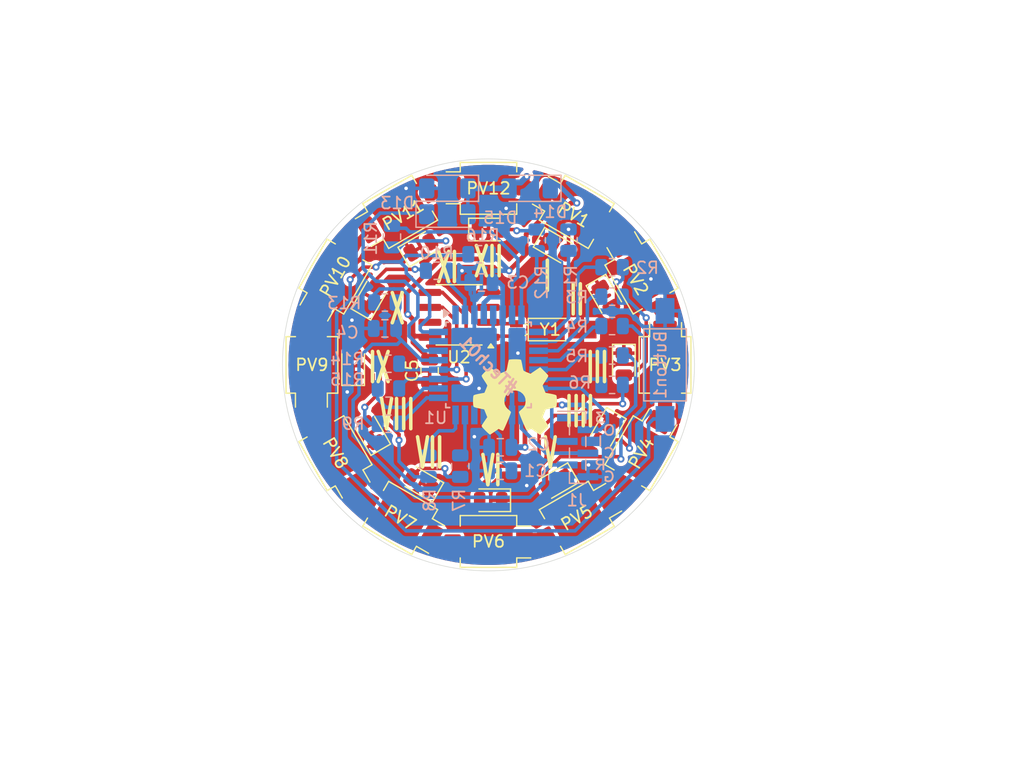
<source format=kicad_pcb>
(kicad_pcb (version 20240108) (generator "pcbnew") (generator_version "8.0")
  (layers (0 "F.Cu" jumper) (31 "B.Cu" signal) (34 "B.Paste" user) (35 "F.Paste" user) (36 "B.SilkS" user "B.Silkscreen") (37 "F.SilkS" user "F.Silkscreen") (38 "B.Mask" user) (39 "F.Mask" user) (44 "Edge.Cuts" user))
  (net 0 "")
  (net 1 "GND")
  (net 2 "Net-(D1-A)")
  (net 3 "Net-(D2-A)")
  (net 4 "Net-(D3-A)")
  (net 5 "Net-(D4-A)")
  (net 6 "Net-(D5-A)")
  (net 7 "Net-(D6-A)")
  (net 8 "Net-(D7-A)")
  (net 9 "Net-(D8-A)")
  (net 10 "Net-(D9-A)")
  (net 11 "Net-(D10-A)")
  (net 12 "Net-(D11-A)")
  (net 13 "Net-(D12-A)")
  (net 14 "Net-(D13-K)")
  (net 15 "+3V7")
  (net 16 "Net-(PV1-A)")
  (net 17 "Net-(PV2-A)")
  (net 18 "Net-(PV3-A)")
  (net 19 "Net-(PV4-A)")
  (net 20 "Net-(PV5-A)")
  (net 21 "Net-(PV6-A)")
  (net 22 "Net-(PV7-A)")
  (net 23 "Net-(PV8-A)")
  (net 24 "Net-(PV10-K)")
  (net 25 "Net-(PV10-A)")
  (net 26 "Net-(PV11-A)")
  (net 27 "/But0")
  (net 28 "Net-(U1-AREF)")
  (net 29 "/SDA")
  (net 30 "/Res")
  (net 31 "/RXD")
  (net 32 "/SCK")
  (net 33 "/MOSI")
  (net 34 "/MISO")
  (net 35 "/TXD")
  (net 36 "/LED V")
  (net 37 "/LED III")
  (net 38 "/LED VIII")
  (net 39 "/LED II")
  (net 40 "/LED XI")
  (net 42 "/LED XII")
  (net 43 "/LED VI")
  (net 44 "/LED VII")
  (net 46 "/LED IIII")
  (net 48 "/LED I")
  (net 49 "/LED X")
  (net 50 "/SCL")
  (net 51 "/LED IX")
  (net 54 "Net-(U2-OSCI)")
  (net 55 "Net-(U2-OSCO)")
  (net 56 "/Pullup")
  (footprint "OptoDevice:Osram_BPW34S-SMD" (layer "F.Cu") (at 150 85)
    (property "Reference" "PV12")
    (property "Value" "BPW34" (hide yes))
  )
  (footprint "LED_SMD:LED_0805_2012Metric" (layer "F.Cu") (at 159.96875 94.25 -60)
    (property "Reference" "D2" (hide yes))
    (property "Value" "LED II" (hide yes))
  )
  (footprint "Package_SO:SOIC-8_3.9x4.9mm_P1.27mm" (layer "F.Cu") (at 147.5 95.75 180)
    (property "Reference" "U2")
    (property "Value" "PCF8563T")
  )
  (footprint "LED_SMD:LED_0805_2012Metric" (layer "F.Cu") (at 155.75 110 -150)
    (property "Reference" "D5" (hide yes))
    (property "Value" "LED V" (hide yes))
  )
  (footprint "LED_SMD:LED_0805_2012Metric" (layer "F.Cu") (at 155.75 90 -30)
    (property "Reference" "D1" (hide yes))
    (property "Value" "LED I" (hide yes))
  )
  (footprint "OptoDevice:Osram_BPW34S-SMD" (layer "F.Cu") (at 157.5 87 -30)
    (property "Reference" "PV1")
    (property "Value" "BPW34" (hide yes))
  )
  (footprint "OptoDevice:Osram_BPW34S-SMD" (layer "F.Cu") (at 137 107.5 120)
    (property "Reference" "PV8")
    (property "Value" "BPW34" (hide yes))
  )
  (footprint "OptoDevice:Osram_BPW34S-SMD" (layer "F.Cu") (at 142.5 113 150)
    (property "Reference" "PV7")
    (property "Value" "BPW34" (hide yes))
  )
  (footprint "LED_SMD:LED_0805_2012Metric" (layer "F.Cu") (at 161.5 99.9375 -90)
    (property "Reference" "D3" (hide yes))
    (property "Value" "LED III" (hide yes))
  )
  (footprint "LED_SMD:LED_0805_2012Metric" (layer "F.Cu") (at 140 94.25 60)
    (property "Reference" "D10" (hide yes))
    (property "Value" "LED X" (hide yes))
  )
  (footprint "LED_SMD:LED_0805_2012Metric" (layer "F.Cu") (at 140 105.75 120)
    (property "Reference" "D8" (hide yes))
    (property "Value" "LED VIII" (hide yes))
  )
  (footprint "OptoDevice:Osram_BPW34S-SMD" (layer "F.Cu") (at 165 100 -90)
    (property "Reference" "PV3")
    (property "Value" "BPW34" (hide yes))
  )
  (footprint "LED_SMD:LED_0805_2012Metric" (layer "F.Cu") (at 160.03125 105.561899 -120)
    (property "Reference" "D4" (hide yes))
    (property "Value" "LED IIII" (hide yes))
  )
  (footprint "LED_SMD:LED_0805_2012Metric" (layer "F.Cu") (at 144.25 110 150)
    (property "Reference" "D7" (hide yes))
    (property "Value" "LED VII" (hide yes))
  )
  (footprint "OptoDevice:Osram_BPW34S-SMD" (layer "F.Cu") (at 163 92.5 -60)
    (property "Reference" "PV2")
    (property "Value" "BPW34" (hide yes))
  )
  (footprint "Crystal:Crystal_SMD_MicroCrystal_MS3V-T1R" (layer "F.Cu") (at 155.5 97 90)
    (property "Reference" "Y1")
    (property "Value" "32,768 kHz")
  )
  (footprint "Capacitor_SMD:C_0805_2012Metric" (layer "F.Cu") (at 145 100.5 -90)
    (property "Reference" "C5")
    (property "Value" "100n")
  )
  (footprint "LED_SMD:LED_0805_2012Metric" (layer "F.Cu") (at 150 88.5)
    (property "Reference" "D12" (hide yes))
    (property "Value" "LED XII" (hide yes))
  )
  (footprint "LOGO" (layer "F.Cu") (at 152.25 102.75)
    (property "Reference" "OSHW" (hide yes))
    (property "Value" "LOGO" (hide yes))
  )
  (footprint "LED_SMD:LED_0805_2012Metric" (layer "F.Cu") (at 144.25 90 30)
    (property "Reference" "D11" (hide yes))
    (property "Value" "LED XI" (hide yes))
  )
  (footprint "OptoDevice:Osram_BPW34S-SMD" (layer "F.Cu") (at 137 92.5 60)
    (property "Reference" "PV10")
    (property "Value" "BPW34" (hide yes))
  )
  (footprint "OptoDevice:Osram_BPW34S-SMD" (layer "F.Cu") (at 163 107.5 -120)
    (property "Reference" "PV4")
    (property "Value" "BPW34" (hide yes))
  )
  (footprint "OptoDevice:Osram_BPW34S-SMD" (layer "F.Cu") (at 157.5 113 -150)
    (property "Reference" "PV5")
    (property "Value" "BPW34" (hide yes))
  )
  (footprint "OptoDevice:Osram_BPW34S-SMD" (layer "F.Cu") (at 142.5 87 30)
    (property "Reference" "PV11")
    (property "Value" "BPW34" (hide yes))
  )
  (footprint "OptoDevice:Osram_BPW34S-SMD" (layer "F.Cu") (at 135 100 90)
    (property "Reference" "PV9")
    (property "Value" "BPW34" (hide yes))
  )
  (footprint "OptoDevice:Osram_BPW34S-SMD" (layer "F.Cu") (at 150 115 180)
    (property "Reference" "PV6")
    (property "Value" "BPW34" (hide yes))
  )
  (footprint "LED_SMD:LED_0805_2012Metric" (layer "F.Cu") (at 150.1875 111.5 180)
    (property "Reference" "D6" (hide yes))
    (property "Value" "LED VI" (hide yes))
  )
  (footprint "LED_SMD:LED_0805_2012Metric" (layer "F.Cu") (at 138.5 100.0625 90)
    (property "Reference" "D9" (hide yes))
    (property "Value" "LED IX" (hide yes))
  )
  (footprint "Capacitor_SMD:C_0805_2012Metric" (layer "B.Cu") (at 141.2 96.9 180)
    (property "Reference" "C4")
    (property "Value" "100n")
  )
  (footprint "Resistor_SMD:R_0805_2012Metric" (layer "B.Cu") (at 145.6 92 180)
    (property "Reference" "R10")
    (property "Value" "220")
  )
  (footprint "Resistor_SMD:R_0805_2012Metric" (layer "B.Cu") (at 160.5 94.2 180)
    (property "Reference" "R3")
    (property "Value" "220")
  )
  (footprint "Capacitor_SMD:C_0805_2012Metric" (layer "B.Cu") (at 151 107 180)
    (property "Reference" "C2")
    (property "Value" "100n")
  )
  (footprint "Resistor_SMD:R_0805_2012Metric" (layer "B.Cu") (at 156.8 89.4 90)
    (property "Reference" "R1")
    (property "Value" "220")
  )
  (footprint "Resistor_SMD:R_0805_2012Metric" (layer "B.Cu") (at 141.2 94.7)
    (property "Reference" "R13")
    (property "Value" "10k")
  )
  (footprint "Capacitor_SMD:C_0805_2012Metric" (layer "B.Cu") (at 149.4 93 180)
    (property "Reference" "C3")
    (property "Value" "100n")
  )
  (footprint "Connector_PinHeader_1.00mm:PinHeader_1x06_P1.00mm_Vertical_SMD_Pin1Right" (layer "B.Cu") (at 157.575 107 180)
    (property "Reference" "J1")
    (property "Value" "Conn_06_Pin")
  )
  (footprint "Resistor_SMD:R_0805_2012Metric" (layer "B.Cu") (at 141.5 105 180)
    (property "Reference" "R9")
    (property "Value" "220")
  )
  (footprint "Resistor_SMD:R_0805_2012Metric" (layer "B.Cu") (at 144.9 108.6 -90)
    (property "Reference" "R8")
    (property "Value" "220")
  )
  (footprint "Capacitor_SMD:C_0805_2012Metric" (layer "B.Cu") (at 151 109 180)
    (property "Reference" "C1")
    (property "Value" "100n")
  )
  (footprint "Resistor_SMD:R_0805_2012Metric" (layer "B.Cu") (at 141.8 89.1 -90)
    (property "Reference" "R11")
    (property "Value" "220")
  )
  (footprint "Resistor_SMD:R_0805_2012Metric" (layer "B.Cu") (at 160.5 99.2 180)
    (property "Reference" "R5")
    (property "Value" "220")
  )
  (footprint "Package_QFP:TQFP-32_7x7mm_P0.8mm" (layer "B.Cu") (at 150 100 -90)
    (property "Reference" "U1")
    (property "Value" "ATmega328-A")
  )
  (footprint "Resistor_SMD:R_0805_2012Metric" (layer "B.Cu") (at 154.1 89.4125 90)
    (property "Reference" "R12")
    (property "Value" "220")
  )
  (footprint "Diode_SMD:D_MiniMELF" (layer "B.Cu") (at 146.5 85 180)
    (property "Reference" "D13")
    (property "Value" "BZV55C4V7")
  )
  (footprint "Resistor_SMD:R_0805_2012Metric" (layer "B.Cu") (at 141.5 99.9 180)
    (property "Reference" "R14")
    (property "Value" "4k7")
  )
  (footprint "Resistor_SMD:R_0805_2012Metric" (layer "B.Cu") (at 160.5 96.7 180)
    (property "Reference" "R4")
    (property "Value" "220")
  )
  (footprint "Resistor_SMD:R_0805_2012Metric" (layer "B.Cu") (at 147.6 108.6 90)
    (property "Reference" "R7")
    (property "Value" "220")
  )
  (footprint "Resistor_SMD:R_0805_2012Metric" (layer "B.Cu") (at 149.2 90.6 180)
    (property "Reference" "R16")
    (property "Value" "10k")
  )
  (footprint "Resistor_SMD:R_0805_2012Metric" (layer "B.Cu") (at 160.5 101.7 180)
    (property "Reference" "R6")
    (property "Value" "220")
  )
  (footprint "Diode_SMD:D_MiniMELF" (layer "B.Cu") (at 146.5 87.2)
    (property "Reference" "D15")
    (property "Value" "LL4148")
  )
  (footprint "Resistor_SMD:R_0805_2012Metric" (layer "B.Cu") (at 141.5 102 180)
    (property "Reference" "R15")
    (property "Value" "4k7")
  )
  (footprint "Button_Switch_SMD:SW_SPST_FSMSM" (layer "B.Cu") (at 165 100 -90)
    (property "Reference" "Button1")
    (property "Value" "SW_Push" (hide yes))
  )
  (footprint "Diode_SMD:D_MiniMELF" (layer "B.Cu") (at 153.5 85 180)
    (property "Reference" "D14")
    (property "Value" "LL4148")
  )
  (footprint "Resistor_SMD:R_0805_2012Metric" (layer "B.Cu") (at 160.5 91.7 180)
    (property "Reference" "R2")
    (property "Value" "220")
  )
  (gr_circle (center 150 100) (end 132.5 100) (stroke (width 0.05)) (fill none) (layer "Edge.Cuts"))
  (gr_text "R" (at 159.5 108.5 0) (layer "B.SilkS") (effects (font (size 0.85 1)) (justify mirror)))
  (gr_text "C" (at 160.25 107.5 0) (layer "B.SilkS") (effects (font (size 0.85 1)) (justify mirror)))
  (gr_text "G" (at 160.25 109.5 0) (layer "B.SilkS") (effects (font (size 0.85 1)) (justify mirror)))
  (gr_text "3" (at 159.5 104.5 0) (layer "B.SilkS") (effects (font (size 0.85 1)) (justify mirror)))
  (gr_text "O" (at 160.25 105.561899 0) (layer "B.SilkS") (effects (font (size 0.85 1)) (justify mirror)))
  (gr_text "I" (at 159.5 106.5 0) (layer "B.SilkS") (effects (font (size 0.85 1)) (justify mirror)))
  (gr_text "#Tech01" (at 150 100 315) (layer "B.SilkS") (effects (font (size 1 1) (thickness 0.2) (bold yes)) (justify mirror)))
  (gr_text "I" (at 155 92.5 0) (layer "F.SilkS") (effects (font (size 2.56 1.27) (thickness 0.3) (bold yes))))
  (gr_text "XI" (at 146.5 91.75 0) (layer "F.SilkS") (effects (font (size 2.56 1.27) (thickness 0.3) (bold yes))))
  (gr_text "V" (at 155.25 107.5 0) (layer "F.SilkS") (effects (font (size 2.56 1.27) (thickness 0.3) (bold yes))))
  (gr_text "VII" (at 145 107.5 0) (layer "F.SilkS") (effects (font (size 2.56 1.27) (thickness 0.3) (bold yes))))
  (gr_text "II" (at 157.5 94.5 0) (layer "F.SilkS") (effects (font (size 2.56 1.27) (thickness 0.3) (bold yes))))
  (gr_text "III" (at 159.25 100.25 0) (layer "F.SilkS") (effects (font (size 2.56 1.27) (thickness 0.3) (bold yes))))
  (gr_text "X" (at 142.25 95.25 0) (layer "F.SilkS") (effects (font (size 2.56 1.27) (thickness 0.3) (bold yes))))
  (gr_text "VIII" (at 142.25 104.25 0) (layer "F.SilkS") (effects (font (size 2.56 1.27) (thickness 0.3) (bold yes))))
  (gr_text "VI" (at 150.25 109 0) (layer "F.SilkS") (effects (font (size 2.56 1.27) (thickness 0.3) (bold yes))))
  (gr_text "IX" (at 140.75 100.25 0) (layer "F.SilkS") (effects (font (size 2.56 1.27) (thickness 0.3) (bold yes))))
  (gr_text "XII" (at 150 91.25 0) (layer "F.SilkS") (effects (font (size 2.56 1.27) (thickness 0.3) (bold yes))))
  (gr_text "IIII" (at 157.75 104 0) (layer "F.SilkS") (effects (font (size 2.56 1.27) (thickness 0.3) (bold yes))))
  (via (at 138 102.3) (size 0.6) (drill 0.3) (layers "F.Cu" "B.Cu") (net 1))
  (via (at 138.4 96.2) (size 0.6) (drill 0.3) (layers "F.Cu" "B.Cu") (net 1))
  (via (at 152.5 99) (size 0.6) (drill 0.3) (layers "F.Cu" "B.Cu") (net 1))
  (via (at 151.5 86.7) (size 0.6) (drill 0.3) (layers "F.Cu" "B.Cu") (net 1))
  (via (at 163.8 92.7) (size 0.6) (drill 0.3) (layers "F.Cu" "B.Cu") (net 1))
  (via (at 148.8 106.1) (size 0.6) (drill 0.3) (layers "F.Cu" "B.Cu") (net 1))
  (via (at 149.2 102) (size 0.6) (drill 0.3) (layers "F.Cu" "B.Cu") (net 1))
  (via (at 153.25 110.25) (size 0.6) (drill 0.3) (layers "F.Cu" "B.Cu") (net 1))
  (via (at 147.75 92) (size 0.6) (drill 0.3) (layers "F.Cu" "B.Cu") (net 1))
  (via (at 143 85) (size 0.6) (drill 0.3) (layers "F.Cu" "B.Cu") (net 1))
  (via (at 158.5 108.5) (size 0.6) (drill 0.3) (layers "F.Cu" "B.Cu") (net 1))
  (segment (start 148.8 95.75) (end 148.8 97.05) (width 0.3) (layer "B.Cu") (net 1))
  (segment (start 150.4 97.1) (end 150.4 95.75) (width 0.3) (layer "B.Cu") (net 1))
  (segment (start 147.75 92) (end 148.15 92) (width 0.3) (layer "B.Cu") (net 1))
  (segment (start 148.45 92.3) (end 148.45 93) (width 0.3) (layer "B.Cu") (net 1))
  (segment (start 150 97.5) (end 150.4 97.1) (width 0.3) (layer "B.Cu") (net 1))
  (segment (start 148.8 97.05) (end 149.25 97.5) (width 0.3) (layer "B.Cu") (net 1))
  (segment (start 148.15 92) (end 148.45 92.3) (width 0.3) (layer "B.Cu") (net 1))
  (segment (start 148.8 95.75) (end 148.8 93.35) (width 0.3) (layer "B.Cu") (net 1))
  (segment (start 149.25 97.5) (end 150 97.5) (width 0.3) (layer "B.Cu") (net 1))
  (segment (start 148.8 93.35) (end 148.45 93) (width 0.2) (layer "B.Cu") (net 1))
  (segment (start 156.8 90.230649) (end 156.561899 90.46875) (width 0.3) (layer "F.Cu") (net 2))
  (segment (start 156.8 88.4875) (end 156.8 90.230649) (width 0.3) (layer "F.Cu") (net 2))
  (via (at 156.8 88.4875) (size 0.6) (drill 0.3) (layers "F.Cu" "B.Cu") (net 2))
  (segment (start 160.4375 95.061899) (end 160.876672 94.622727) (width 0.3) (layer "F.Cu") (net 3))
  (segment (start 160.876672 94.622727) (end 160.876672 92.940832) (width 0.3) (layer "F.Cu") (net 3))
  (via (at 160.876672 92.940832) (size 0.6) (drill 0.3) (layers "F.Cu" "B.Cu") (net 3))
  (segment (start 160.876672 92.940832) (end 161.159168 92.940832) (width 0.3) (layer "B.Cu") (net 3))
  (segment (start 161.4125 92.6875) (end 161.4125 91.7) (width 0.3) (layer "B.Cu") (net 3))
  (segment (start 161.159168 92.940832) (end 161.4125 92.6875) (width 0.3) (layer "B.Cu") (net 3))
  (segment (start 163.4 99.7) (end 163.4 96) (width 0.3) (layer "F.Cu") (net 4))
  (segment (start 161.5 100.875) (end 162.225 100.875) (width 0.3) (layer "F.Cu") (net 4))
  (segment (start 162.225 100.875) (end 163.4 99.7) (width 0.3) (layer "F.Cu") (net 4))
  (via (at 163.4 96) (size 0.6) (drill 0.3) (layers "F.Cu" "B.Cu") (net 4))
  (segment (start 161.6 94.2) (end 163.4 96) (width 0.3) (layer "B.Cu") (net 4))
  (segment (start 161.4125 94.2) (end 161.6 94.2) (width 0.3) (layer "B.Cu") (net 4))
  (segment (start 161.980331 107.080331) (end 161.273798 106.373798) (width 0.3) (layer "F.Cu") (net 5))
  (segment (start 161.273798 106.373798) (end 159.5625 106.373798) (width 0.3) (layer "F.Cu") (net 5))
  (via (at 161.980331 107.080331) (size 0.6) (drill 0.3) (layers "F.Cu" "B.Cu") (net 5))
  (segment (start 162.2 96.7) (end 161.4125 96.7) (width 0.3) (layer "B.Cu") (net 5))
  (segment (start 162 104.8) (end 163.25 103.55) (width 0.3) (layer "B.Cu") (net 5))
  (segment (start 161.980331 107.080331) (end 162 107.060662) (width 0.3) (layer "B.Cu") (net 5))
  (segment (start 162 107.060662) (end 162 104.8) (width 0.3) (layer "B.Cu") (net 5))
  (segment (start 163.25 97.75) (end 162.2 96.7) (width 0.3) (layer "B.Cu") (net 5))
  (segment (start 163.25 103.55) (end 163.25 97.75) (width 0.3) (layer "B.Cu") (net 5))
  (segment (start 161.25 108) (end 161.05 107.8) (width 0.3) (layer "F.Cu") (net 6))
  (segment (start 161.05 107.8) (end 156.1 107.8) (width 0.3) (layer "F.Cu") (net 6))
  (segment (start 154.938101 108.961899) (end 154.938101 110.46875) (width 0.3) (layer "F.Cu") (net 6))
  (segment (start 156.1 107.8) (end 154.938101 108.961899) (width 0.3) (layer "F.Cu") (net 6))
  (via (at 161.25 108) (size 0.6) (drill 0.3) (layers "F.Cu" "B.Cu") (net 6))
  (segment (start 162.5 99.75) (end 161.95 99.2) (width 0.3) (layer "B.Cu") (net 6))
  (segment (start 161.25 104.701472) (end 162.5 103.451472) (width 0.3) (layer "B.Cu") (net 6))
  (segment (start 162.5 103.451472) (end 162.5 99.75) (width 0.3) (layer "B.Cu") (net 6))
  (segment (start 161.95 99.2) (end 161.4125 99.2) (width 0.3) (layer "B.Cu") (net 6))
  (segment (start 161.25 108) (end 161.25 104.701472) (width 0.3) (layer "B.Cu") (net 6))
  (segment (start 154.3 105.6) (end 154.3 107.7) (width 0.3) (layer "F.Cu") (net 7))
  (segment (start 149.25 110.35) (end 149.25 111.5) (width 0.3) (layer "F.Cu") (net 7))
  (segment (start 161.4 103.3) (end 158.8 103.3) (width 0.3) (layer "F.Cu") (net 7))
  (segment (start 153.4 108.6) (end 151 108.6) (width 0.3) (layer "F.Cu") (net 7))
  (segment (start 151 108.6) (end 149.25 110.35) (width 0.3) (layer "F.Cu") (net 7))
  (segment (start 155.6 104.3) (end 154.3 105.6) (width 0.3) (layer "F.Cu") (net 7))
  (segment (start 157.8 104.3) (end 155.6 104.3) (width 0.3) (layer "F.Cu") (net 7))
  (segment (start 158.8 103.3) (end 157.8 104.3) (width 0.3) (layer "F.Cu") (net 7))
  (segment (start 154.3 107.7) (end 153.4 108.6) (width 0.3) (layer "F.Cu") (net 7))
  (via (at 161.4 103.3) (size 0.6) (drill 0.3) (layers "F.Cu" "B.Cu") (net 7))
  (segment (start 161.4 103.3) (end 161.4 101.7125) (width 0.3) (layer "B.Cu") (net 7))
  (segment (start 161.4 101.7125) (end 161.4125 101.7) (width 0.3) (layer "B.Cu") (net 7))
  (segment (start 144.169351 108.8) (end 143.438101 109.53125) (width 0.3) (layer "F.Cu") (net 8))
  (segment (start 146.3 108.8) (end 144.169351 108.8) (width 0.3) (layer "F.Cu") (net 8))
  (via (at 146.3 108.8) (size 0.6) (drill 0.3) (layers "F.Cu" "B.Cu") (net 8))
  (segment (start 146.3 109.3) (end 146.5125 109.5125) (width 0.3) (layer "B.Cu") (net 8))
  (segment (start 146.5125 109.5125) (end 147.6 109.5125) (width 0.3) (layer "B.Cu") (net 8))
  (segment (start 146.3 108.8) (end 146.3 109.3) (width 0.3) (layer "B.Cu") (net 8))
  (segment (start 142.4 105.9) (end 141.25 104.75) (width 0.3) (layer "F.Cu") (net 9))
  (segment (start 142.4 106.4) (end 142.4 105.9) (width 0.3) (layer "F.Cu") (net 9))
  (segment (start 139.719351 104.75) (end 139.53125 104.938101) (width 0.3) (layer "F.Cu") (net 9))
  (segment (start 139.3 104.706851) (end 139.53125 104.938101) (width 0.3) (layer "F.Cu") (net 9))
  (segment (start 141.25 104.75) (end 139.719351 104.75) (width 0.3) (layer "F.Cu") (net 9))
  (via (at 142.4 106.4) (size 0.6) (drill 0.3) (layers "F.Cu" "B.Cu") (net 9))
  (segment (start 142.4 106.4) (end 142.4 108.2) (width 0.3) (layer "B.Cu") (net 9))
  (segment (start 142.4 108.2) (end 143.7125 109.5125) (width 0.3) (layer "B.Cu") (net 9))
  (segment (start 143.7125 109.5125) (end 144.9 109.5125) (width 0.3) (layer "B.Cu") (net 9))
  (segment (start 140.8 102.288685) (end 140.8 100.55) (width 0.3) (layer "F.Cu") (net 10))
  (segment (start 139.488685 103.6) (end 140.8 102.288685) (width 0.3) (layer "F.Cu") (net 10))
  (segment (start 140.8 100.55) (end 139.375 99.125) (width 0.3) (layer "F.Cu") (net 10))
  (segment (start 139.375 99.125) (end 138.5 99.125) (width 0.3) (layer "F.Cu") (net 10))
  (via (at 139.488685 103.6) (size 0.6) (drill 0.3) (layers "F.Cu" "B.Cu") (net 10))
  (segment (start 139.488685 104.488685) (end 140 105) (width 0.3) (layer "B.Cu") (net 10))
  (segment (start 139.488685 103.6) (end 139.488685 104.488685) (width 0.3) (layer "B.Cu") (net 10))
  (segment (start 140 105) (end 140.5875 105) (width 0.3) (layer "B.Cu") (net 10))
  (segment (start 140.46875 92.73125) (end 140.46875 93.438101) (width 0.3) (layer "F.Cu") (net 11))
  (segment (start 141.318288 91.881712) (end 140.46875 92.73125) (width 0.3) (layer "F.Cu") (net 11))
  (segment (start 143.761307 91.881712) (end 141.318288 91.881712) (width 0.3) (layer "F.Cu") (net 11))
  (via (at 143.761307 91.881712) (size 0.6) (drill 0.3) (layers "F.Cu" "B.Cu") (net 11))
  (segment (start 144.169212 91.881712) (end 144.5875 92.3) (width 0.3) (layer "B.Cu") (net 11))
  (segment (start 143.761307 91.881712) (end 144.169212 91.881712) (width 0.3) (layer "B.Cu") (net 11))
  (segment (start 146.308089 89.53125) (end 145.061899 89.53125) (width 0.3) (layer "F.Cu") (net 12))
  (segment (start 146.374171 89.465168) (end 146.308089 89.53125) (width 0.3) (layer "F.Cu") (net 12))
  (via (at 146.374171 89.465168) (size 0.6) (drill 0.3) (layers "F.Cu" "B.Cu") (net 12))
  (segment (start 146.374171 89.465168) (end 143.034832 89.465168) (width 0.3) (layer "B.Cu") (net 12))
  (segment (start 143.034832 89.465168) (end 142.1875 90.3125) (width 0.3) (layer "B.Cu") (net 12))
  (segment (start 142.1875 90.3125) (end 141.8 90.3125) (width 0.3) (layer "B.Cu") (net 12))
  (segment (start 150.9375 88.5) (end 152.3 88.5) (width 0.3) (layer "F.Cu") (net 13))
  (segment (start 152.3 88.5) (end 152.4 88.6) (width 0.3) (layer "F.Cu") (net 13))
  (via (at 152.4 88.6) (size 0.6) (drill 0.3) (layers "F.Cu" "B.Cu") (net 13))
  (segment (start 154 88.6) (end 154.1 88.5) (width 0.3) (layer "B.Cu") (net 13))
  (segment (start 152.4 88.6) (end 154 88.6) (width 0.3) (layer "B.Cu") (net 13))
  (segment (start 153.25 84) (end 153.25 84.8) (width 0.5) (layer "F.Cu") (net 14))
  (segment (start 153.25 84.8) (end 153.05 85) (width 0.3) (layer "F.Cu") (net 14))
  (via (at 153.25 84) (size 0.6) (drill 0.3) (layers "F.Cu" "B.Cu") (net 14))
  (segment (start 151.75 84.5) (end 151.25 85) (width 0.5) (layer "B.Cu") (net 14))
  (segment (start 151.25 85) (end 148.75 85) (width 0.5) (layer "B.Cu") (net 14))
  (segment (start 148.75 85) (end 148.25 84.5) (width 0.5) (layer "B.Cu") (net 14))
  (segment (start 148.25 87.1) (end 148.25 84.6) (width 0.3) (layer "B.Cu") (net 14))
  (segment (start 152.75 84.5) (end 151.75 84.5) (width 0.5) (layer "B.Cu") (net 14))
  (segment (start 153.15 84.1) (end 153.25 84) (width 0.3) (layer "B.Cu") (net 14))
  (segment (start 153.25 84) (end 152.75 84.5) (width 0.5) (layer "B.Cu") (net 14))
  (segment (start 143.585211 96.135211) (end 143.585211 97.385211) (width 0.4) (layer "F.Cu") (net 15))
  (segment (start 156.25 103.4) (end 154.6 103.4) (width 0.4) (layer "F.Cu") (net 15))
  (segment (start 156 87.25) (end 154.85 87.25) (width 0.4) (layer "F.Cu") (net 15))
  (segment (start 143 93.947316) (end 143 95.55) (width 0.4) (layer "F.Cu") (net 15))
  (segment (start 157.5 86.25) (end 157 86.25) (width 0.4) (layer "F.Cu") (net 15))
  (segment (start 143.76 97.56) (end 145.025 97.56) (width 0.4) (layer "F.Cu") (net 15))
  (segment (start 144.75 99.25) (end 145 99.25) (width 0.4) (layer "F.Cu") (net 15))
  (segment (start 153.1 104.9) (end 153.1 107) (width 0.4) (layer "F.Cu") (net 15))
  (segment (start 154.85 87.25) (end 153.2 88.9) (width 0.4) (layer "F.Cu") (net 15))
  (segment (start 143.15 95.7) (end 143.585211 96.135211) (width 0.4) (layer "F.Cu") (net 15))
  (segment (start 153.2 90.55) (end 151.75 92) (width 0.4) (layer "F.Cu") (net 15))
  (segment (start 151.75 92) (end 150.75 91) (width 0.4) (layer "F.Cu") (net 15))
  (segment (start 157 86.25) (end 156 87.25) (width 0.4) (layer "F.Cu") (net 15))
  (segment (start 143 95.55) (end 143.15 95.7) (width 0.3) (layer "F.Cu") (net 15))
  (segment (start 143.585211 98.085211) (end 144.75 99.25) (width 0.4) (layer "F.Cu") (net 15))
  (segment (start 150.75 91) (end 145.947316 91) (width 0.4) (layer "F.Cu") (net 15))
  (segment (start 143.585211 97.385211) (end 143.76 97.56) (width 0.4) (layer "F.Cu") (net 15))
  (segment (start 145.947316 91) (end 143 93.947316) (width 0.4) (layer "F.Cu") (net 15))
  (segment (start 153.2 88.9) (end 153.2 90.55) (width 0.4) (layer "F.Cu") (net 15))
  (segment (start 154.6 103.4) (end 153.1 104.9) (width 0.4) (layer "F.Cu") (net 15))
  (segment (start 143.585211 97.385211) (end 143.585211 98.085211) (width 0.4) (layer "F.Cu") (net 15))
  (via (at 157.5 86.25) (size 0.6) (drill 0.3) (layers "F.Cu" "B.Cu") (net 15))
  (via (at 151.75 92) (size 0.6) (drill 0.3) (layers "F.Cu" "B.Cu") (net 15))
  (via (at 156.25 103.4) (size 0.6) (drill 0.3) (layers "F.Cu" "B.Cu") (net 15))
  (via (at 153.1 107) (size 0.6) (drill 0.3) (layers "F.Cu" "B.Cu") (net 15))
  (via (at 143.15 95.7) (size 0.6) (drill 0.3) (layers "F.Cu" "B.Cu") (net 15))
  (segment (start 158.6 104.2) (end 158.3 104.5) (width 0.4) (layer "B.Cu") (net 15))
  (segment (start 158.3 103.4) (end 158.6 103.7) (width 0.4) (layer "B.Cu") (net 15))
  (segment (start 150.1125 90.4) (end 149.8125 90.7) (width 0.4) (layer "B.Cu") (net 15))
  (segment (start 140.2875 94.0125) (end 140.2875 94.7) (width 0.3) (layer "B.Cu") (net 15))
  (segment (start 153.1 107) (end 151.95 107) (width 0.5) (layer "B.Cu") (net 15))
  (segment (start 157.5 86.25) (end 155.85 84.6) (width 0.4) (layer "B.Cu") (net 15))
  (segment (start 140.75 93.55) (end 140.2875 94.0125) (width 0.3) (layer "B.Cu") (net 15))
  (segment (start 151.75 92) (end 150.4 92) (width 0.4) (layer "B.Cu") (net 15))
  (segment (start 149.6 95.75) (end 149.6 94.75) (width 0.4) (layer "B.Cu") (net 15))
  (segment (start 143.15 95.7) (end 143.15 94.028122) (width 0.3) (layer "B.Cu") (net 15))
  (segment (start 150.4 92) (end 150.35 92.05) (width 0.4) (layer "B.Cu") (net 15))
  (segment (start 156.25 103.4) (end 158.3 103.4) (width 0.4) (layer "B.Cu") (net 15))
  (segment (start 150.35625 90.6) (end 150.1125 90.6) (width 0.4) (layer "B.Cu") (net 15))
  (segment (start 152 106.95) (end 151.95 107) (width 0.3) (layer "B.Cu") (net 15))
  (segment (start 142 93.55) (end 140.75 93.55) (width 0.3) (layer "B.Cu") (net 15))
  (segment (start 151.75 92) (end 151.75 91.99375) (width 0.4) (layer "B.Cu") (net 15))
  (segment (start 150.1 94.25) (end 151.2 94.25) (width 0.4) (layer "B.Cu") (net 15))
  (segment (start 149.6 94.75) (end 150.1 94.25) (width 0.4) (layer "B.Cu") (net 15))
  (segment (start 151.2 95.75) (end 151.2 94.25) (width 0.4) (layer "B.Cu") (net 15))
  (segment (start 142.671878 93.55) (end 142 93.55) (width 0.3) (layer "B.Cu") (net 15))
  (segment (start 143.15 94.028122) (end 142.671878 93.55) (width 0.3) (layer "B.Cu") (net 15))
  (segment (start 150.35 92.05) (end 150.35 93) (width 0.4) (layer "B.Cu") (net 15))
  (segment (start 150.9 93) (end 150.35 93) (width 0.4) (layer "B.Cu") (net 15))
  (segment (start 151.2 97) (end 151.2 95.75) (width 0.4) (layer "B.Cu") (net 15))
  (segment (start 158.6 103.7) (end 158.6 104.2) (width 0.4) (layer "B.Cu") (net 15))
  (segment (start 142 93.55) (end 141.9 93.55) (width 0.3) (layer "B.Cu") (net 15))
  (segment (start 151.95 104.3) (end 152 104.25) (width 0.3) (layer "B.Cu") (net 15))
  (segment (start 152 104.25) (end 152 106.95) (width 0.4) (layer "B.Cu") (net 15))
  (segment (start 152 104.25) (end 152 102.4125) (width 0.4) (layer "B.Cu") (net 15))
  (segment (start 151.75 91.99375) (end 150.35625 90.6) (width 0.4) (layer "B.Cu") (net 15))
  (segment (start 151.2 94.25) (end 151.2 93.3) (width 0.4) (layer "B.Cu") (net 15))
  (segment (start 151.2 101.6125) (end 151.2 97) (width 0.4) (layer "B.Cu") (net 15))
  (segment (start 152 102.4125) (end 151.2 101.6125) (width 0.4) (layer "B.Cu") (net 15))
  (segment (start 151.2 93.3) (end 150.9 93) (width 0.4) (layer "B.Cu") (net 15))
  (segment (start 155.85 84.6) (end 155.25 84.6) (width 0.4) (layer "B.Cu") (net 15))
  (segment (start 158.3 104.5) (end 156.7 104.5) (width 0.4) (layer "B.Cu") (net 15))
  (segment (start 160.141378 88.525001) (end 161.474999 89.858622) (width 0.5) (layer "F.Cu") (net 16))
  (segment (start 164.525001 96.475001) (end 165 96.95) (width 0.3) (layer "F.Cu") (net 17))
  (segment (start 164.525001 95.141378) (end 164.525001 96.475001) (width 0.5) (layer "F.Cu") (net 17))
  (segment (start 165 103.05) (end 165 104.383623) (width 0.5) (layer "F.Cu") (net 18))
  (segment (start 165 104.383623) (end 164.525 104.858623) (width 0.3) (layer "F.Cu") (net 18))
  (segment (start 161.475 110.141377) (end 160.141377 111.475) (width 0.5) (layer "F.Cu") (net 19))
  (segment (start 154.858623 114.525) (end 153.525 114.525) (width 0.5) (layer "F.Cu") (net 20))
  (segment (start 153.525 114.525) (end 153.05 115) (width 0.3) (layer "F.Cu") (net 20))
  (segment (start 145.616377 115) (end 145.141377 114.525) (width 0.3) (layer "F.Cu") (net 21))
  (segment (start 146.95 115) (end 145.616377 115) (width 0.5) (layer "F.Cu") (net 21))
  (segment (start 139.858622 111.475) (end 138.524999 110.141377) (width 0.5) (layer "F.Cu") (net 22))
  (segment (start 139.858623 111.475) (end 139.858622 111.475) (width 0.3) (layer "F.Cu") (net 22))
  (segment (start 135.475001 103.525001) (end 135 103.05) (width 0.3) (layer "F.Cu") (net 23))
  (segment (start 135.475001 104.858623) (end 135.475001 103.525001) (width 0.5) (layer "F.Cu") (net 23))
  (segment (start 135 96.95) (end 135 95.616377) (width 0.5) (layer "F.Cu") (net 24))
  (segment (start 135 95.616377) (end 135.475 95.141377) (width 0.3) (layer "F.Cu") (net 24))
  (segment (start 138.525 89.858623) (end 139.858623 88.525) (width 0.5) (layer "F.Cu") (net 25))
  (segment (start 146.475 85.475) (end 146.95 85) (width 0.3) (layer "F.Cu") (net 26))
  (segment (start 145.141377 85.475) (end 146.475 85.475) (width 0.5) (layer "F.Cu") (net 26))
  (segment (start 139.305331 91.694669) (end 140.444669 91.694669) (width 0.3) (layer "F.Cu") (net 27))
  (segment (start 138.25 92.75) (end 139.305331 91.694669) (width 0.3) (layer "F.Cu") (net 27))
  (via (at 138.25 92.75) (size 0.6) (drill 0.3) (layers "F.Cu" "B.Cu") (net 27))
  (via (at 140.444669 91.694669) (size 0.6) (drill 0.3) (layers "F.Cu" "B.Cu") (net 27))
  (segment (start 145 95.9) (end 144.2 96.7) (width 0.3) (layer "B.Cu") (net 27))
  (segment (start 143 114.1) (end 157.35 114.1) (width 0.3) (layer "B.Cu") (net 27))
  (segment (start 142 91.25) (end 142.5 91.25) (width 0.3) (layer "B.Cu") (net 27))
  (segment (start 164.01 104.59) (end 165.5 104.59) (width 0.3) (layer "B.Cu") (net 27))
  (segment (start 138.25 94.45) (end 137.1 95.6) (width 0.3) (layer "B.Cu") (net 27))
  (segment (start 144.4 97.2) (end 145.75 97.2) (width 0.3) (layer "B.Cu") (net 27))
  (segment (start 163.6 105) (end 164.01 104.59) (width 0.3) (layer "B.Cu") (net 27))
  (segment (start 142.5 91.25) (end 143.011307 91.761307) (width 0.3) (layer "B.Cu") (net 27))
  (segment (start 140.444669 91.694669) (end 140.889338 91.25) (width 0.3) (layer "B.Cu") (net 27))
  (segment (start 144.2 97) (end 144.4 97.2) (width 0.3) (layer "B.Cu") (net 27))
  (segment (start 143.011307 92.192373) (end 145 94.181066) (width 0.3) (layer "B.Cu") (net 27))
  (segment (start 148.1875 90.7) (end 148.2875 90.6) (width 0.3) (layer "B.Cu") (net 27))
  (segment (start 143.05 90.7) (end 148.1875 90.7) (width 0.3) (layer "B.Cu") (net 27))
  (segment (start 138.25 92.75) (end 138.25 94.45) (width 0.3) (layer "B.Cu") (net 27))
  (segment (start 145 94.181066) (end 145 95.9) (width 0.3) (layer "B.Cu") (net 27))
  (segment (start 137.1 95.6) (end 137.1 108.2) (width 0.3) (layer "B.Cu") (net 27))
  (segment (start 140.889338 91.25) (end 142.5 91.25) (width 0.3) (layer "B.Cu") (net 27))
  (segment (start 144.2 96.7) (end 144.2 97) (width 0.3) (layer "B.Cu") (net 27))
  (segment (start 137.1 108.2) (end 143 114.1) (width 0.3) (layer "B.Cu") (net 27))
  (segment (start 143.011307 91.761307) (end 143.011307 92.192373) (width 0.3) (layer "B.Cu") (net 27))
  (segment (start 163.6 107.85) (end 163.6 105) (width 0.3) (layer "B.Cu") (net 27))
  (segment (start 142.5 91.25) (end 143.05 90.7) (width 0.3) (layer "B.Cu") (net 27))
  (segment (start 157.35 114.1) (end 163.6 107.85) (width 0.3) (layer "B.Cu") (net 27))
  (segment (start 150.4 105.4) (end 150.4 104.25) (width 0.3) (layer "B.Cu") (net 28))
  (segment (start 151 106) (end 150.4 105.4) (width 0.3) (layer "B.Cu") (net 28))
  (segment (start 151 108.05) (end 151 106) (width 0.3) (layer "B.Cu") (net 28))
  (segment (start 151.95 109) (end 151 108.05) (width 0.3) (layer "B.Cu") (net 28))
  (segment (start 148.1 101.2) (end 148.1 95.850001) (width 0.3) (layer "F.Cu") (net 29))
  (segment (start 148.1 95.850001) (end 146.094999 93.845) (width 0.3) (layer "F.Cu") (net 29))
  (segment (start 145.12 93.845) (end 145.025 93.75) (width 0.3) (layer "F.Cu") (net 29))
  (segment (start 146.094999 93.845) (end 145.12 93.845) (width 0.3) (layer "F.Cu") (net 29))
  (via (at 148.1 101.2) (size 0.6) (drill 0.3) (layers "F.Cu" "B.Cu") (net 29))
  (segment (start 143.1125 101.2) (end 145.75 101.2) (width 0.3) (layer "B.Cu") (net 29))
  (segment (start 142.4125 101.9) (end 143.1125 101.2) (width 0.3) (layer "B.Cu") (net 29))
  (segment (start 148.1 101.2) (end 145.75 101.2) (width 0.3) (layer "B.Cu") (net 29))
  (segment (start 139 102.5) (end 138.5 103) (width 0.3) (layer "B.Cu") (net 30))
  (segment (start 142.4 95.1125) (end 142.4 96.75) (width 0.3) (layer "B.Cu") (net 30))
  (segment (start 138.5 106) (end 143.75 111.25) (width 0.3) (layer "B.Cu") (net 30))
  (segment (start 139 99.375) (end 139 102.5) (width 0.3) (layer "B.Cu") (net 30))
  (segment (start 142.15 97.45) (end 142.15 96.9) (width 0.3) (layer "B.Cu") (net 30))
  (segment (start 142.25 98.25) (end 140.125 98.25) (width 0.3) (layer "B.Cu") (net 30))
  (segment (start 142.15 97.45) (end 142.6 97.9) (width 0.3) (layer "B.Cu") (net 30))
  (segment (start 154.7 109.1) (end 155.3 108.5) (width 0.3) (layer "B.Cu") (net 30))
  (segment (start 142.6 97.9) (end 142.25 98.25) (width 0.3) (layer "B.Cu") (net 30))
  (segment (start 143.75 111.25) (end 153.5 111.25) (width 0.3) (layer "B.Cu") (net 30))
  (segment (start 153.5 111.25) (end 154.7 110.05) (width 0.3) (layer "B.Cu") (net 30))
  (segment (start 145.75 99.6) (end 144.3 99.6) (width 0.3) (layer "B.Cu") (net 30))
  (segment (start 138.5 103) (end 138.5 106) (width 0.3) (layer "B.Cu") (net 30))
  (segment (start 154.7 110.05) (end 154.7 109.1) (width 0.3) (layer "B.Cu") (net 30))
  (segment (start 144.3 99.6) (end 142.15 97.45) (width 0.3) (layer "B.Cu") (net 30))
  (segment (start 155.3 108.5) (end 156.7 108.5) (width 0.3) (layer "B.Cu") (net 30))
  (segment (start 140.125 98.25) (end 139 99.375) (width 0.3) (layer "B.Cu") (net 30))
  (segment (start 140.8 87.1) (end 144.75 87.1) (width 0.3) (layer "B.Cu") (net 31))
  (segment (start 143.25 96.660661) (end 144 95.910661) (width 0.3) (layer "B.Cu") (net 31))
  (segment (start 142.870406 92.9) (end 140.45 92.9) (width 0.3) (layer "B.Cu") (net 31))
  (segment (start 143.25 97.55) (end 143.25 96.660661) (width 0.3) (layer "B.Cu") (net 31))
  (segment (start 140.45 92.9) (end 139.35 91.8) (width 0.3) (layer "B.Cu") (net 31))
  (segment (start 144 95.910661) (end 144 94.029594) (width 0.3) (layer "B.Cu") (net 31))
  (segment (start 145.75 98.8) (end 144.5 98.8) (width 0.3) (layer "B.Cu") (net 31))
  (segment (start 139.35 91.8) (end 139.35 88.55) (width 0.3) (layer "B.Cu") (net 31))
  (segment (start 144.5 98.8) (end 143.25 97.55) (width 0.3) (layer "B.Cu") (net 31))
  (segment (start 139.35 88.55) (end 140.8 87.1) (width 0.3) (layer "B.Cu") (net 31))
  (segment (start 144 94.029594) (end 142.870406 92.9) (width 0.3) (layer "B.Cu") (net 31))
  (segment (start 152.8 105.4) (end 152.8 104.25) (width 0.3) (layer "B.Cu") (net 32))
  (segment (start 154.9 107.5) (end 152.8 105.4) (width 0.3) (layer "B.Cu") (net 32))
  (segment (start 154.9 107.5) (end 158.45 107.5) (width 0.3) (layer "B.Cu") (net 32))
  (segment (start 157.9 102) (end 160.1 104.2) (width 0.3) (layer "B.Cu") (net 33))
  (segment (start 160.1 104.9) (end 159.5 105.5) (width 0.3) (layer "B.Cu") (net 33))
  (segment (start 154.05 102) (end 157.9 102) (width 0.3) (layer "B.Cu") (net 33))
  (segment (start 160.1 104.2) (end 160.1 104.9) (width 0.3) (layer "B.Cu") (net 33))
  (segment (start 159.5 105.5) (end 158.45 105.5) (width 0.3) (layer "B.Cu") (net 33))
  (segment (start 155.375 103.125) (end 155.05 102.8) (width 0.3) (layer "B.Cu") (net 34))
  (segment (start 156.7 106.5) (end 155.8 106.5) (width 0.3) (layer "B.Cu") (net 34))
  (segment (start 155.8 106.5) (end 155.375 106.075) (width 0.3) (layer "B.Cu") (net 34))
  (segment (start 155.05 102.8) (end 154.25 102.8) (width 0.3) (layer "B.Cu") (net 34))
  (segment (start 155.375 106.075) (end 155.375 103.125) (width 0.3) (layer "B.Cu") (net 34))
  (segment (start 159.8875 99.2) (end 157.8 99.2) (width 0.3) (layer "B.Cu") (net 36))
  (segment (start 156.6 100.4) (end 154.25 100.4) (width 0.3) (layer "B.Cu") (net 36))
  (segment (start 157.8 99.2) (end 156.6 100.4) (width 0.3) (layer "B.Cu") (net 36))
  (segment (start 158.4 94.6) (end 158.4 96.3) (width 0.3) (layer "B.Cu") (net 37))
  (segment (start 158.8 94.2) (end 158.4 94.6) (width 0.3) (layer "B.Cu") (net 37))
  (segment (start 158.4 96.3) (end 155.9 98.8) (width 0.3) (layer "B.Cu") (net 37))
  (segment (start 155.9 98.8) (end 154.25 98.8) (width 0.3) (layer "B.Cu") (net 37))
  (segment (start 159.8875 94.2) (end 158.8 94.2) (width 0.3) (layer "B.Cu") (net 37))
  (segment (start 145.8 105.6) (end 144.9 106.5) (width 0.3) (layer "B.Cu") (net 38))
  (segment (start 147.2 104.25) (end 147.2 105.4) (width 0.3) (layer "B.Cu") (net 38))
  (segment (start 147 105.6) (end 145.8 105.6) (width 0.3) (layer "B.Cu") (net 38))
  (segment (start 147.2 105.4) (end 147 105.6) (width 0.3) (layer "B.Cu") (net 38))
  (segment (start 144.9 106.5) (end 144.9 107.6875) (width 0.3) (layer "B.Cu") (net 38))
  (segment (start 158.2 91.7) (end 159.8875 91.7) (width 0.3) (layer "B.Cu") (net 39))
  (segment (start 155.7 98) (end 157.6 96.1) (width 0.3) (layer "B.Cu") (net 39))
  (segment (start 157.6 96.1) (end 157.6 92.3) (width 0.3) (layer "B.Cu") (net 39))
  (segment (start 154.25 98) (end 155.7 98) (width 0.3) (layer "B.Cu") (net 39))
  (segment (start 157.6 92.3) (end 158.2 91.7) (width 0.3) (layer "B.Cu") (net 39))
  (segment (start 152 95.75) (end 152 92.996446) (width 0.3) (layer "B.Cu") (net 40))
  (segment (start 150.2 88.7) (end 143.3 88.7) (width 0.3) (layer "B.Cu") (net 40))
  (segment (start 152.5 92.496446) (end 152.5 91) (width 0.3) (layer "B.Cu") (net 40))
  (segment (start 143.3 88.7) (end 142.9875 88.3875) (width 0.3) (layer "B.Cu") (net 40))
  (segment (start 152.05 95.75) (end 152.075 95.725) (width 0.3) (layer "B.Cu") (net 40))
  (segment (start 142.9875 88.3875) (end 141.3 88.3875) (width 0.3) (layer "B.Cu") (net 40))
  (segment (start 152 95.75) (end 152.05 95.75) (width 0.3) (layer "B.Cu") (net 40))
  (segment (start 152.5 91) (end 150.2 88.7) (width 0.3) (layer "B.Cu") (net 40))
  (segment (start 152 92.996446) (end 152.5 92.496446) (width 0.3) (layer "B.Cu") (net 40))
  (segment (start 152.8 93.4) (end 154.1 92.1) (width 0.3) (layer "B.Cu") (net 42))
  (segment (start 152.8 95.75) (end 152.8 93.4) (width 0.3) (layer "B.Cu") (net 42))
  (segment (start 154.1 92.1) (end 154.1 90.325) (width 0.3) (layer "B.Cu") (net 42))
  (segment (start 159.3875 101.2) (end 154.25 101.2) (width 0.3) (layer "B.Cu") (net 43))
  (segment (start 159.5875 101.7) (end 159.0875 101.2) (width 0.3) (layer "B.Cu") (net 43))
  (segment (start 148 107.2875) (end 148 104.25) (width 0.3) (layer "B.Cu") (net 44))
  (segment (start 147.6 107.6875) (end 148 107.2875) (width 0.3) (layer "B.Cu") (net 44))
  (segment (start 156.1 99.6) (end 158.9 96.8) (width 0.3) (layer "B.Cu") (net 46))
  (segment (start 154.25 99.6) (end 156.1 99.6) (width 0.3) (layer "B.Cu") (net 46))
  (segment (start 158.9 96.8) (end 159.8875 96.8) (width 0.3) (layer "B.Cu") (net 46))
  (segment (start 156.8 96) (end 155.6 97.2) (width 0.3) (layer "B.Cu") (net 48))
  (segment (start 156.8 90.3125) (end 156.8 96) (width 0.3) (layer "B.Cu") (net 48))
  (segment (start 155.6 97.2) (end 154.25 97.2) (width 0.3) (layer "B.Cu") (net 48))
  (segment (start 148 95.75) (end 148 94.4) (width 0.3) (layer "B.Cu") (net 49))
  (segment (start 146.5125 92.9125) (end 146.5125 92) (width 0.3) (layer "B.Cu") (net 49))
  (segment (start 148 94.4) (end 146.5125 92.9125) (width 0.3) (layer "B.Cu") (net 49))
  (segment (start 147.3 96.320001) (end 147.3 100.4) (width 0.3) (layer "F.Cu") (net 50))
  (segment (start 145.12 95.115) (end 146.094999 95.115) (width 0.3) (layer "F.Cu") (net 50))
  (segment (start 145.025 95.02) (end 145.12 95.115) (width 0.3) (layer "F.Cu") (net 50))
  (segment (start 146.094999 95.115) (end 147.3 96.320001) (width 0.3) (layer "F.Cu") (net 50))
  (via (at 147.3 100.4) (size 0.6) (drill 0.3) (layers "F.Cu" "B.Cu") (net 50))
  (segment (start 143.0125 100.4) (end 145.75 100.4) (width 0.3) (layer "B.Cu") (net 50))
  (segment (start 147.3 100.4) (end 145.75 100.4) (width 0.3) (layer "B.Cu") (net 50))
  (segment (start 142.4125 99.8) (end 143.0125 100.4) (width 0.3) (layer "B.Cu") (net 50))
  (segment (start 142.4125 105) (end 142.548528 105) (width 0.3) (layer "B.Cu") (net 51))
  (segment (start 144.748528 102.8) (end 145.75 102.8) (width 0.3) (layer "B.Cu") (net 51))
  (segment (start 142.548528 105) (end 144.748528 102.8) (width 0.3) (layer "B.Cu") (net 51))
  (segment (start 152.315 97.56) (end 152.375 97.5) (width 0.3) (layer "F.Cu") (net 54))
  (segment (start 149.975 97.56) (end 152.315 97.56) (width 0.3) (layer "F.Cu") (net 54))
  (segment (start 149.975 96.29) (end 150.185 96.5) (width 0.3) (layer "F.Cu") (net 55))
  (segment (start 150.185 96.5) (end 152.375 96.5) (width 0.3) (layer "F.Cu") (net 55))
  (segment (start 144.5 102) (end 142.9 103.6) (width 0.3) (layer "B.Cu") (net 56))
  (segment (start 140.5875 102.8875) (end 140.5875 102.1) (width 0.3) (layer "B.Cu") (net 56))
  (segment (start 145.75 102) (end 144.5 102) (width 0.3) (layer "B.Cu") (net 56))
  (segment (start 141.3 103.6) (end 140.5875 102.8875) (width 0.3) (layer "B.Cu") (net 56))
  (segment (start 140.5875 102.1) (end 140.5875 99.5) (width 0.3) (layer "B.Cu") (net 56))
  (segment (start 142.9 103.6) (end 141.3 103.6) (width 0.3) (layer "B.Cu") (net 56))
  (zone (net 1) (net_name "GND") (layers "F&B.Cu") (connect_pads (clearance 0.3)) (min_thickness 0.3) (fill yes (thermal_gap 0.3) (thermal_bridge_width 0.3))
    (polygon (pts (xy 109.75 133.27687) (xy 195.5 134.677139) (xy 194.91056 69) (xy 108.5 69)))
  )
)
</source>
